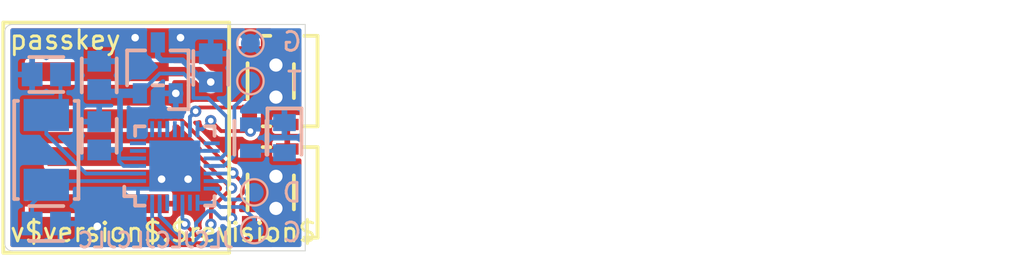
<source format=kicad_pcb>
(kicad_pcb (version 20221018) (generator pcbnew)
  (title_block (title "passkey") (date "$date$") (rev "$version$.$revision$") (company "CuVoodoo") (comment 1 "King Kévin") (comment 2 "CERN-OHL-S"))
  (layers (0 "F.Cu" signal) (31 "B.Cu" signal) (36 "B.SilkS" user "B.Silkscreen") (37 "F.SilkS" user "F.Silkscreen") (38 "B.Mask" user) (39 "F.Mask" user) (44 "Edge.Cuts" user))
  (net 0 "")
  (net 1 "+5V")
  (net 2 "GND")
  (net 3 "+3.3V")
  (net 4 "/LED")
  (net 5 "Net-(U2-OSC_IN)")
  (net 6 "Net-(U2-OSC_OUT)")
  (net 8 "/BT1")
  (net 9 "/BT2")
  (net 10 "/TX")
  (net 11 "/SWDIO")
  (net 13 "/SWCLK")
  (net 23 "/D-")
  (net 24 "/D+")
  (net 25 "Net-(D1-A)")
  (footprint "qeda:MECHANICAL_1TS003B" (layer "F.Cu") (at 51.8 30.4 -90)
    (fp_text reference "SW2")
    (fp_text value "SW_Push" hide)
    (fp_line (start -2.4 -1.85) (end -2.4 -1.15) (stroke (width 0.2)) (layer "F.SilkS"))
    (fp_line (start -2.4 -1.85) (end 2.4 -1.85) (stroke (width 0.2)) (layer "F.SilkS"))
    (fp_line (start -2.4 0.65) (end -2.4 1.05) (stroke (width 0.2)) (layer "F.SilkS"))
    (fp_line (start -0.95 1.85) (end 0.95 1.85) (stroke (width 0.2)) (layer "F.SilkS"))
    (fp_line (start -0.9 -0.6) (end 0.9 -0.6) (stroke (width 0.2)) (layer "F.SilkS"))
    (fp_line (start 2.4 -1.85) (end 2.4 -1.15) (stroke (width 0.2)) (layer "F.SilkS"))
    (fp_line (start 2.4 0.65) (end 2.4 1.05) (stroke (width 0.2)) (layer "F.SilkS"))
    (pad "" thru_hole circle (at -0.85 0.35 270) (size 0.8 0.8) (drill 0.7) (layers "*.Cu" "*.Mask") (net 2 "GND"))
    (pad "" thru_hole circle (at 0.85 0.35 270) (size 0.8 0.8) (drill 0.7) (layers "*.Cu" "*.Mask") (net 2 "GND"))
    (pad "1" smd rect (at -1.7 1.75 270) (size 0.9 0.8) (layers "F.Cu" "F.Paste" "F.Mask") (net 2 "GND"))
    (pad "2" smd rect (at 1.7 1.75 270) (size 0.9 0.8) (layers "F.Cu" "F.Paste" "F.Mask") (net 9 "/BT2"))
    (pad "NC1" smd rect (at -2.3 -0.25 270) (size 0.6 1.2) (layers "F.Cu" "F.Paste" "F.Mask") (net 2 "GND"))
    (pad "NC2" smd rect (at 2.3 -0.25 270) (size 0.6 1.2) (layers "F.Cu" "F.Paste" "F.Mask") (net 2 "GND"))
  )
  (footprint "qeda:MECHANICAL_1TS003B" (layer "F.Cu") (at 51.8 24.5 -90)
    (fp_text reference "SW1")
    (fp_text value "SW_Push" hide)
    (fp_line (start -2.4 -1.85) (end -2.4 -1.15) (stroke (width 0.2)) (layer "F.SilkS"))
    (fp_line (start -2.4 -1.85) (end 2.4 -1.85) (stroke (width 0.2)) (layer "F.SilkS"))
    (fp_line (start -2.4 0.65) (end -2.4 1.05) (stroke (width 0.2)) (layer "F.SilkS"))
    (fp_line (start -0.95 1.85) (end 0.95 1.85) (stroke (width 0.2)) (layer "F.SilkS"))
    (fp_line (start -0.9 -0.6) (end 0.9 -0.6) (stroke (width 0.2)) (layer "F.SilkS"))
    (fp_line (start 2.4 -1.85) (end 2.4 -1.15) (stroke (width 0.2)) (layer "F.SilkS"))
    (fp_line (start 2.4 0.65) (end 2.4 1.05) (stroke (width 0.2)) (layer "F.SilkS"))
    (pad "" thru_hole circle (at -0.85 0.35 270) (size 0.8 0.8) (drill 0.7) (layers "*.Cu" "*.Mask") (net 2 "GND"))
    (pad "" thru_hole circle (at 0.85 0.35 270) (size 0.8 0.8) (drill 0.7) (layers "*.Cu" "*.Mask") (net 2 "GND"))
    (pad "1" smd rect (at -1.7 1.75 270) (size 0.9 0.8) (layers "F.Cu" "F.Paste" "F.Mask") (net 2 "GND"))
    (pad "2" smd rect (at 1.7 1.75 270) (size 0.9 0.8) (layers "F.Cu" "F.Paste" "F.Mask") (net 8 "/BT1"))
    (pad "NC1" smd rect (at -2.3 -0.25 270) (size 0.6 1.2) (layers "F.Cu" "F.Paste" "F.Mask") (net 2 "GND"))
    (pad "NC2" smd rect (at 2.3 -0.25 270) (size 0.6 1.2) (layers "F.Cu" "F.Paste" "F.Mask") (net 2 "GND"))
  )
  (footprint "qeda:CONNECTOR_USB-A-PLUG" (layer "F.Cu") (at 43 27.5 -90)
    (fp_text reference "J1")
    (fp_text value "USB_A" hide)
    (fp_line (start -6.1 -5.975) (end 6.1 -5.975) (stroke (width 0.2)) (layer "F.SilkS"))
    (fp_line (start -6.1 5.975) (end -6.1 -5.975) (stroke (width 0.2)) (layer "F.SilkS"))
    (fp_line (start 6.1 -5.975) (end 6.1 5.975) (stroke (width 0.2)) (layer "F.SilkS"))
    (fp_line (start 6.1 5.975) (end -6.1 5.975) (stroke (width 0.2)) (layer "F.SilkS"))
    (pad "1" smd rect locked (at -3.5 0.93 270) (size 1 7.41) (layers "F.Cu" "F.Paste" "F.Mask") (net 1 "+5V"))
    (pad "2" smd rect locked (at -1 0.43 270) (size 1 6.41) (layers "F.Cu" "F.Paste" "F.Mask") (net 23 "/D-"))
    (pad "3" smd rect locked (at 1 0.43 270) (size 1 6.41) (layers "F.Cu" "F.Paste" "F.Mask") (net 24 "/D+"))
    (pad "4" smd rect locked (at 3.5 0.93 270) (size 1 7.41) (layers "F.Cu" "F.Paste" "F.Mask") (net 2 "GND"))
  )
  (footprint "qeda:CAPC1608X92N" (layer "B.Cu") (at 39.3 32.05 90)
    (fp_text reference "C3")
    (fp_text value "20pF" hide)
    (fp_line (start -0.925 0.9) (end -0.925 -0.9) (stroke (width 0.2)) (layer "B.SilkS"))
    (fp_line (start 0.925 0.9) (end 0.925 -0.9) (stroke (width 0.2)) (layer "B.SilkS"))
    (pad "1" smd rect (at 0 0.75 90) (size 1.25 1.1) (layers "B.Cu" "B.Paste" "B.Mask") (net 2 "GND"))
    (pad "2" smd rect (at 0 -0.75 90) (size 1.25 1.1) (layers "B.Cu" "B.Paste" "B.Mask") (net 5 "Net-(U2-OSC_IN)"))
  )
  (footprint "qeda:UC1608X55N" (layer "B.Cu") (at 50.1 27.5 180)
    (fp_text reference "R1")
    (fp_text value "1k" hide)
    (fp_line (start -0.85 0.9) (end -0.85 -0.9) (stroke (width 0.2)) (layer "B.SilkS"))
    (fp_line (start 0.85 0.9) (end 0.85 -0.9) (stroke (width 0.2)) (layer "B.SilkS"))
    (pad "1" smd rect (at 0 0.7 180) (size 1.1 0.75) (layers "B.Cu" "B.Paste" "B.Mask") (net 4 "/LED"))
    (pad "2" smd rect (at 0 -0.7 180) (size 1.1 0.75) (layers "B.Cu" "B.Paste" "B.Mask") (net 25 "Net-(D1-A)"))
  )
  (footprint "TestPoint:TestPoint_Pad_D1.0mm" (layer "B.Cu") (at 50.3 32.4 180)
    (fp_text reference "TP3")
    (fp_text value "SWCLK" hide)
    (fp_circle (center 0 0) (end 0 -0.7) (stroke (width 0.12)) (fill none) (layer "B.SilkS"))
    (pad "1" smd circle (at 0 0 180) (size 1 1) (layers "B.Cu" "B.Mask") (net 13 "/SWCLK"))
  )
  (footprint "qeda:QFN40P400X400X75-29N" (layer "B.Cu") (at 46.1 29)
    (fp_text reference "U2")
    (fp_text value "CH32V203G6U" hide)
    (fp_line (start -2.675 1.6) (end -2.675 1.1) (stroke (width 0.2)) (layer "B.SilkS"))
    (fp_line (start -2.1 -2.1) (end -1.6 -2.1) (stroke (width 0.2)) (layer "B.SilkS"))
    (fp_line (start -2.1 -1.6) (end -2.1 -2.1) (stroke (width 0.2)) (layer "B.SilkS"))
    (fp_line (start -2.1 1.6) (end -2.675 1.6) (stroke (width 0.2)) (layer "B.SilkS"))
    (fp_line (start -2.1 2.1) (end -2.1 1.6) (stroke (width 0.2)) (layer "B.SilkS"))
    (fp_line (start -2.1 2.1) (end -1.6 2.1) (stroke (width 0.2)) (layer "B.SilkS"))
    (fp_line (start 1.6 -2.1) (end 2.1 -2.1) (stroke (width 0.2)) (layer "B.SilkS"))
    (fp_line (start 1.6 2.1) (end 2.1 2.1) (stroke (width 0.2)) (layer "B.SilkS"))
    (fp_line (start 2.1 -1.6) (end 2.1 -2.1) (stroke (width 0.2)) (layer "B.SilkS"))
    (fp_line (start 2.1 2.1) (end 2.1 1.6) (stroke (width 0.2)) (layer "B.SilkS"))
    (pad "1" smd rect (at -1.95 1.2) (size 0.85 0.2) (layers "B.Cu" "B.Paste" "B.Mask") (net 2 "GND"))
    (pad "2" smd rect (at -1.95 0.8) (size 0.85 0.2) (layers "B.Cu" "B.Paste" "B.Mask") (net 5 "Net-(U2-OSC_IN)"))
    (pad "3" smd rect (at -1.95 0.4) (size 0.85 0.2) (layers "B.Cu" "B.Paste" "B.Mask") (net 6 "Net-(U2-OSC_OUT)"))
    (pad "4" smd rect (at -1.95 0) (size 0.85 0.2) (layers "B.Cu" "B.Paste" "B.Mask") (net 3 "+3.3V"))
    (pad "5" smd rect (at -1.95 -0.4) (size 0.85 0.2) (layers "B.Cu" "B.Paste" "B.Mask") (net 3 "+3.3V"))
    (pad "6" smd rect (at -1.95 -0.8) (size 0.85 0.2) (layers "B.Cu" "B.Paste" "B.Mask"))
    (pad "7" smd rect (at -1.95 -1.2) (size 0.85 0.2) (layers "B.Cu" "B.Paste" "B.Mask"))
    (pad "8" smd rect (at -1.2 -1.95) (size 0.2 0.85) (layers "B.Cu" "B.Paste" "B.Mask"))
    (pad "9" smd rect (at -0.8 -1.95) (size 0.2 0.85) (layers "B.Cu" "B.Paste" "B.Mask"))
    (pad "10" smd rect (at -0.4 -1.95) (size 0.2 0.85) (layers "B.Cu" "B.Paste" "B.Mask"))
    (pad "11" smd rect (at 0 -1.95) (size 0.2 0.85) (layers "B.Cu" "B.Paste" "B.Mask"))
    (pad "12" smd rect (at 0.4 -1.95) (size 0.2 0.85) (layers "B.Cu" "B.Paste" "B.Mask"))
    (pad "13" smd rect (at 0.8 -1.95) (size 0.2 0.85) (layers "B.Cu" "B.Paste" "B.Mask") (net 8 "/BT1"))
    (pad "14" smd rect (at 1.2 -1.95) (size 0.2 0.85) (layers "B.Cu" "B.Paste" "B.Mask") (net 4 "/LED"))
    (pad "15" smd rect (at 1.95 -1.2) (size 0.85 0.2) (layers "B.Cu" "B.Paste" "B.Mask"))
    (pad "16" smd rect (at 1.95 -0.8) (size 0.85 0.2) (layers "B.Cu" "B.Paste" "B.Mask") (net 2 "GND"))
    (pad "17" smd rect (at 1.95 -0.4) (size 0.85 0.2) (layers "B.Cu" "B.Paste" "B.Mask") (net 3 "+3.3V"))
    (pad "18" smd rect (at 1.95 0) (size 0.85 0.2) (layers "B.Cu" "B.Paste" "B.Mask") (net 10 "/TX"))
    (pad "19" smd rect (at 1.95 0.4) (size 0.85 0.2) (layers "B.Cu" "B.Paste" "B.Mask") (net 23 "/D-"))
    (pad "20" smd rect (at 1.95 0.8) (size 0.85 0.2) (layers "B.Cu" "B.Paste" "B.Mask") (net 24 "/D+"))
    (pad "21" smd rect (at 1.95 1.2) (size 0.85 0.2) (layers "B.Cu" "B.Paste" "B.Mask") (net 11 "/SWDIO"))
    (pad "22" smd rect (at 1.2 1.95) (size 0.2 0.85) (layers "B.Cu" "B.Paste" "B.Mask") (net 13 "/SWCLK"))
    (pad "23" smd rect (at 0.8 1.95) (size 0.2 0.85) (layers "B.Cu" "B.Paste" "B.Mask"))
    (pad "24" smd rect (at 0.4 1.95) (size 0.2 0.85) (layers "B.Cu" "B.Paste" "B.Mask") (net 9 "/BT2"))
    (pad "25" smd rect (at 0 1.95) (size 0.2 0.85) (layers "B.Cu" "B.Paste" "B.Mask"))
    (pad "26" smd rect (at -0.4 1.95) (size 0.2 0.85) (layers "B.Cu" "B.Paste" "B.Mask"))
    (pad "27" smd rect (at -0.8 1.95) (size 0.2 0.85) (layers "B.Cu" "B.Paste" "B.Mask") (net 23 "/D-"))
    (pad "28" smd rect (at -1.2 1.95) (size 0.2 0.85) (layers "B.Cu" "B.Paste" "B.Mask") (net 24 "/D+"))
    (pad "29" smd rect (at 0 0) (size 2.7 2.7) (layers "B.Cu" "B.Paste" "B.Mask") (net 2 "GND"))
  )
  (footprint "qeda:CAPC1608X92N" (layer "B.Cu") (at 48 23.8)
    (fp_text reference "C1")
    (fp_text value "1uF" hide)
    (fp_line (start -0.925 0.9) (end -0.925 -0.9) (stroke (width 0.2)) (layer "B.SilkS"))
    (fp_line (start 0.925 0.9) (end 0.925 -0.9) (stroke (width 0.2)) (layer "B.SilkS"))
    (pad "1" smd rect (at 0 0.75) (size 1.25 1.1) (layers "B.Cu" "B.Paste" "B.Mask") (net 1 "+5V"))
    (pad "2" smd rect (at 0 -0.75) (size 1.25 1.1) (layers "B.Cu" "B.Paste" "B.Mask") (net 2 "GND"))
  )
  (footprint "TestPoint:TestPoint_Pad_D1.0mm" (layer "B.Cu") (at 50.3 30.4 180)
    (fp_text reference "TP2")
    (fp_text value "SWDIO" hide)
    (fp_circle (center 0 0) (end 0 -0.7) (stroke (width 0.12)) (fill none) (layer "B.SilkS"))
    (pad "1" smd circle (at 0 0 180) (size 1 1) (layers "B.Cu" "B.Mask") (net 11 "/SWDIO"))
  )
  (footprint "qeda:UPC1608X90N" (layer "B.Cu") (at 51.9 27.5 180)
    (fp_text reference "D1")
    (fp_text value "RED" hide)
    (fp_line (start -0.9 0.9) (end -0.9 -0.9) (stroke (width 0.2)) (layer "B.SilkS"))
    (fp_line (start -0.9 0.9) (end -0.9 1.55) (stroke (width 0.2)) (layer "B.SilkS"))
    (fp_line (start -0.9 1.55) (end 0.9 1.55) (stroke (width 0.2)) (layer "B.SilkS"))
    (fp_line (start 0.9 0.9) (end 0.9 -0.9) (stroke (width 0.2)) (layer "B.SilkS"))
    (fp_line (start 0.9 1.55) (end 0.9 0.9) (stroke (width 0.2)) (layer "B.SilkS"))
    (pad "1" smd rect (at 0 0.8 180) (size 1.2 0.9) (layers "B.Cu" "B.Paste" "B.Mask") (net 2 "GND"))
    (pad "2" smd rect (at 0 -0.8 180) (size 1.2 0.9) (layers "B.Cu" "B.Paste" "B.Mask") (net 25 "Net-(D1-A)"))
  )
  (footprint "qeda:CAPC1608X92N" (layer "B.Cu") (at 42.1 27.4)
    (fp_text reference "C5")
    (fp_text value "100nF" hide)
    (fp_line (start -0.925 0.9) (end -0.925 -0.9) (stroke (width 0.2)) (layer "B.SilkS"))
    (fp_line (start 0.925 0.9) (end 0.925 -0.9) (stroke (width 0.2)) (layer "B.SilkS"))
    (pad "1" smd rect (at 0 0.75) (size 1.25 1.1) (layers "B.Cu" "B.Paste" "B.Mask") (net 3 "+3.3V"))
    (pad "2" smd rect (at 0 -0.75) (size 1.25 1.1) (layers "B.Cu" "B.Paste" "B.Mask") (net 2 "GND"))
  )
  (footprint "qeda:SOT95P280X130-3N" (layer "B.Cu") (at 45.2 23.8 90)
    (fp_text reference "U1")
    (fp_text value "XC6206P332" hide)
    (fp_line (start -2.188 1.625) (end -2.188 0.575) (stroke (width 0.2)) (layer "B.SilkS"))
    (fp_line (start -0.925 0.275) (end -0.925 -0.275) (stroke (width 0.2)) (layer "B.SilkS"))
    (fp_line (start -0.925 1.625) (end -2.188 1.625) (stroke (width 0.2)) (layer "B.SilkS"))
    (fp_line (start -0.925 1.625) (end 0.925 1.625) (stroke (width 0.2)) (layer "B.SilkS"))
    (fp_line (start 0.925 -1.625) (end -0.925 -1.625) (stroke (width 0.2)) (layer "B.SilkS"))
    (fp_line (start 0.925 -0.675) (end 0.925 -1.625) (stroke (width 0.2)) (layer "B.SilkS"))
    (fp_line (start 0.925 1.625) (end 0.925 0.675) (stroke (width 0.2)) (layer "B.SilkS"))
    (pad "1" smd rect (at -1.35 0.95 90) (size 1.075 0.75) (layers "B.Cu" "B.Paste" "B.Mask") (net 2 "GND"))
    (pad "2" smd rect (at -1.35 -0.95 90) (size 1.075 0.75) (layers "B.Cu" "B.Paste" "B.Mask") (net 3 "+3.3V"))
    (pad "3" smd rect (at 1.35 0 90) (size 1.075 0.75) (layers "B.Cu" "B.Paste" "B.Mask") (net 1 "+5V"))
  )
  (footprint "qeda:CAPC1608X92N" (layer "B.Cu") (at 39.3 24.15 90)
    (fp_text reference "C4")
    (fp_text value "20pF" hide)
    (fp_line (start -0.925 0.9) (end -0.925 -0.9) (stroke (width 0.2)) (layer "B.SilkS"))
    (fp_line (start 0.925 0.9) (end 0.925 -0.9) (stroke (width 0.2)) (layer "B.SilkS"))
    (pad "1" smd rect (at 0 0.75 90) (size 1.25 1.1) (layers "B.Cu" "B.Paste" "B.Mask") (net 6 "Net-(U2-OSC_OUT)"))
    (pad "2" smd rect (at 0 -0.75 90) (size 1.25 1.1) (layers "B.Cu" "B.Paste" "B.Mask") (net 2 "GND"))
  )
  (footprint "qeda:CAPC1608X92N" (layer "B.Cu") (at 42.1 24.2)
    (fp_text reference "C2")
    (fp_text value "1uF" hide)
    (fp_line (start -0.925 0.9) (end -0.925 -0.9) (stroke (width 0.2)) (layer "B.SilkS"))
    (fp_line (start 0.925 0.9) (end 0.925 -0.9) (stroke (width 0.2)) (layer "B.SilkS"))
    (pad "1" smd rect (at 0 0.75) (size 1.25 1.1) (layers "B.Cu" "B.Paste" "B.Mask") (net 3 "+3.3V"))
    (pad "2" smd rect (at 0 -0.75) (size 1.25 1.1) (layers "B.Cu" "B.Paste" "B.Mask") (net 2 "GND"))
  )
  (footprint "TestPoint:TestPoint_Pad_D1.0mm" (layer "B.Cu") (at 50.1 24.5 180)
    (fp_text reference "TP1")
    (fp_text value "TX" hide)
    (fp_circle (center 0 0) (end 0 -0.7) (stroke (width 0.12)) (fill none) (layer "B.SilkS"))
    (pad "1" smd circle (at 0 0 180) (size 1 1) (layers "B.Cu" "B.Mask") (net 10 "/TX"))
  )
  (footprint "qeda:OSCILLATOR_X5032" (layer "B.Cu") (at 39.3 28.15 -90)
    (fp_text reference "Y1")
    (fp_text value "8MHz" hide)
    (fp_line (start -2.6 -1.5) (end -2.6 -1.7) (stroke (width 0.2)) (layer "B.SilkS"))
    (fp_line (start -2.6 1.7) (end -2.6 1.5) (stroke (width 0.2)) (layer "B.SilkS"))
    (fp_line (start -2.6 1.7) (end 2.6 1.7) (stroke (width 0.2)) (layer "B.SilkS"))
    (fp_line (start 2.6 -1.7) (end -2.6 -1.7) (stroke (width 0.2)) (layer "B.SilkS"))
    (fp_line (start 2.6 -1.5) (end 2.6 -1.7) (stroke (width 0.2)) (layer "B.SilkS"))
    (fp_line (start 2.6 1.7) (end 2.6 1.5) (stroke (width 0.2)) (layer "B.SilkS"))
    (pad "1" smd rect (at -1.85 0 270) (size 1.7 2.4) (layers "B.Cu" "B.Paste" "B.Mask") (net 6 "Net-(U2-OSC_OUT)"))
    (pad "2" smd rect (at 1.85 0 270) (size 1.7 2.4) (layers "B.Cu" "B.Paste" "B.Mask") (net 5 "Net-(U2-OSC_IN)"))
  )
  (footprint "TestPoint:TestPoint_Pad_D1.0mm" (layer "B.Cu") (at 50.1 22.5 180)
    (fp_text reference "TP4")
    (fp_text value "GND" hide)
    (fp_circle (center 0 0) (end 0 -0.7) (stroke (width 0.12)) (fill none) (layer "B.SilkS"))
    (pad "1" smd circle (at 0 0 180) (size 1 1) (layers "B.Cu" "B.Mask") (net 2 "GND"))
  )
  (gr_line (start 37.1 33.1) (end 37.1 21.9) (stroke (width 0.05)) (layer "Edge.Cuts"))
  (gr_line (start 53 33.5) (end 37.5 33.5) (stroke (width 0.05)) (layer "Edge.Cuts"))
  (gr_line (start 37.5 21.5) (end 53 21.5) (stroke (width 0.05)) (layer "Edge.Cuts"))
  (gr_arc (start 37.1 21.9) (mid 37.217157 21.617157) (end 37.5 21.5) (stroke (width 0.05)) (layer "Edge.Cuts"))
  (gr_arc (start 37.5 33.5) (mid 37.217157 33.382843) (end 37.1 33.1) (stroke (width 0.05)) (layer "Edge.Cuts"))
  (gr_line (start 53 33.5) (end 53 21.5) (stroke (width 0.05)) (layer "Edge.Cuts"))
  (gr_text "C" (at 52.9 33.1) (layer "B.SilkS") (effects (font (size 1 1)) (justify left bottom mirror)))
  (gr_text "T" (at 52.9 25.1) (layer "B.SilkS") (effects (font (size 1 1)) (justify left bottom mirror)))
  (gr_text "D" (at 52.9 31) (layer "B.SilkS") (effects (font (size 1 1)) (justify left bottom mirror)))
  (gr_text "JLCJLCJLCJLC" (at 49.3 33.4) (layer "B.SilkS") (effects (font (size 0.8 0.8)) (justify left bottom mirror)))
  (gr_text "G" (at 52.9 23) (layer "B.SilkS") (effects (font (size 1 1)) (justify left bottom mirror)))
  (gr_text "v$version$.$revision$" (at 37.3 33.1) (layer "F.SilkS") (effects (font (size 1 1)) (justify left bottom)))
  (gr_text "passkey" (at 40.3 22.9) (layer "F.SilkS") (effects (font (size 1 1)) (justify bottom)))
  (segment (start 48 24.55) (end 47.95 24.55) (width 0.5) (layer "F.Cu") (net 1))
  (segment (start 47.95 24.55) (end 47.4 24) (width 0.5) (layer "F.Cu") (net 1))
  (segment (start 47.4 24) (end 42.07 24) (width 0.5) (layer "F.Cu") (net 1))
  (via (at 48 24.55) (size 0.8) (drill 0.4) (layers "F.Cu" "B.Cu") (net 1))
  (segment (start 45.2 23.2) (end 45.2 22.45) (width 0.3) (layer "B.Cu") (net 1))
  (segment (start 46.5 23.4) (end 45.4 23.4) (width 0.3) (layer "B.Cu") (net 1))
  (segment (start 48 24.55) (end 47.65 24.55) (width 0.3) (layer "B.Cu") (net 1))
  (segment (start 45.4 23.4) (end 45.2 23.2) (width 0.3) (layer "B.Cu") (net 1))
  (segment (start 47.65 24.55) (end 46.5 23.4) (width 0.3) (layer "B.Cu") (net 1))
  (via (at 45.4 29.7) (size 0.8) (drill 0.4) (layers "F.Cu" "B.Cu") (net 2))
  (via (at 42 32.2) (size 0.8) (drill 0.4) (layers "F.Cu" "B.Cu") (net 2))
  (via (at 46.15 25.15) (size 0.8) (drill 0.4) (layers "F.Cu" "B.Cu") (net 2))
  (via (at 44 22.2) (size 0.8) (drill 0.4) (layers "F.Cu" "B.Cu") (net 2))
  (via (at 46.4 22.2) (size 0.8) (drill 0.4) (layers "F.Cu" "B.Cu") (net 2))
  (via (at 46.8 29.7) (size 0.8) (drill 0.4) (layers "F.Cu" "B.Cu") (net 2))
  (segment (start 48.05 28.2) (end 46.9 28.2) (width 0.2) (layer "B.Cu") (net 2))
  (segment (start 44.15 30.2) (end 44.9 30.2) (width 0.2) (layer "B.Cu") (net 2))
  (segment (start 46.9 28.2) (end 46.1 29) (width 0.2) (layer "B.Cu") (net 2))
  (segment (start 44.9 30.2) (end 46.1 29) (width 0.2) (layer "B.Cu") (net 2))
  (segment (start 47.85 25.4) (end 47.075 25.4) (width 0.2) (layer "B.Cu") (net 3))
  (segment (start 47.075 25.4) (end 47.075 24.611396) (width 0.2) (layer "B.Cu") (net 3))
  (segment (start 48.85 28.284314) (end 48.85 26.4) (width 0.2) (layer "B.Cu") (net 3))
  (segment (start 43.15 28.6) (end 43.15 28.15) (width 0.2) (layer "B.Cu") (net 3))
  (segment (start 43.2 28.1) (end 43.15 28.15) (width 0.3) (layer "B.Cu") (net 3))
  (segment (start 48.85 26.4) (end 47.85 25.4) (width 0.2) (layer "B.Cu") (net 3))
  (segment (start 43.15 28.75) (end 43.15 28.15) (width 0.2) (layer "B.Cu") (net 3))
  (segment (start 48.05 28.6) (end 48.534314 28.6) (width 0.2) (layer "B.Cu") (net 3))
  (segment (start 47.075 24.611396) (end 46.563604 24.1) (width 0.2) (layer "B.Cu") (net 3))
  (segment (start 43.2 25.15) (end 42.3 25.15) (width 0.5) (layer "B.Cu") (net 3))
  (segment (start 44.25 25.15) (end 43.2 25.15) (width 0.5) (layer "B.Cu") (net 3))
  (segment (start 45.3 24.1) (end 44.25 25.15) (width 0.2) (layer "B.Cu") (net 3))
  (segment (start 46.563604 24.1) (end 45.3 24.1) (width 0.2) (layer "B.Cu") (net 3))
  (segment (start 43.4 29) (end 43.15 28.75) (width 0.2) (layer "B.Cu") (net 3))
  (segment (start 42.3 25.15) (end 42.1 24.95) (width 0.3) (layer "B.Cu") (net 3))
  (segment (start 44.15 28.6) (end 43.15 28.6) (width 0.2) (layer "B.Cu") (net 3))
  (segment (start 44.15 29) (end 43.4 29) (width 0.2) (layer "B.Cu") (net 3))
  (segment (start 43.2 25.15) (end 43.2 28.1) (width 0.3) (layer "B.Cu") (net 3))
  (segment (start 48.534314 28.6) (end 48.85 28.284314) (width 0.2) (layer "B.Cu") (net 3))
  (segment (start 43.15 28.15) (end 42.1 28.15) (width 0.3) (layer "B.Cu") (net 3))
  (segment (start 48 26.6) (end 48.550002 27.150002) (width 0.2) (layer "F.Cu") (net 4))
  (segment (start 48.550002 27.150002) (end 50.1 27.150002) (width 0.2) (layer "F.Cu") (net 4))
  (via (at 48 26.6) (size 0.6) (drill 0.3) (layers "F.Cu" "B.Cu") (net 4))
  (via (at 50.1 27.150002) (size 0.6) (drill 0.3) (layers "F.Cu" "B.Cu") (net 4))
  (segment (start 47.55 27.05) (end 47.3 27.05) (width 0.2) (layer "B.Cu") (net 4))
  (segment (start 48 26.6) (end 47.55 27.05) (width 0.2) (layer "B.Cu") (net 4))
  (segment (start 38.55 31) (end 38.55 32.3) (width 0.2) (layer "B.Cu") (net 5))
  (segment (start 39.5 29.8) (end 39.3 30) (width 0.2) (layer "B.Cu") (net 5))
  (segment (start 39.3 30.25) (end 38.55 31) (width 0.2) (layer "B.Cu") (net 5))
  (segment (start 39.3 30) (end 39.3 30.25) (width 0.2) (layer "B.Cu") (net 5))
  (segment (start 44.15 29.8) (end 39.5 29.8) (width 0.2) (layer "B.Cu") (net 5))
  (segment (start 41.4 29.4) (end 39.3 27.3) (width 0.2) (layer "B.Cu") (net 6))
  (segment (start 39.3 26.3) (end 40.05 25.55) (width 0.2) (layer "B.Cu") (net 6))
  (segment (start 40.05 25.55) (end 40.05 24.4) (width 0.2) (layer "B.Cu") (net 6))
  (segment (start 39.3 27.3) (end 39.3 26.3) (width 0.2) (layer "B.Cu") (net 6))
  (segment (start 44.15 29.4) (end 41.4 29.4) (width 0.2) (layer "B.Cu") (net 6))
  (segment (start 47.2 26.1) (end 47.4 25.9) (width 0.2) (layer "F.Cu") (net 8))
  (segment (start 47.4 25.9) (end 49.75 25.9) (width 0.2) (layer "F.Cu") (net 8))
  (segment (start 49.75 25.9) (end 50.05 26.2) (width 0.2) (layer "F.Cu") (net 8))
  (via (at 47.2 26.1) (size 0.6) (drill 0.3) (layers "F.Cu" "B.Cu") (net 8))
  (segment (start 46.9 26.4) (end 46.9 27.05) (width 0.2) (layer "B.Cu") (net 8))
  (segment (start 47.2 26.1) (end 46.9 26.4) (width 0.2) (layer "B.Cu") (net 8))
  (segment (start 49.46005 32.68995) (end 50.05 32.1) (width 0.2) (layer "F.Cu") (net 9))
  (segment (start 46.626471 32.076471) (end 47.23995 32.68995) (width 0.2) (layer "F.Cu") (net 9))
  (segment (start 47.23995 32.68995) (end 49.46005 32.68995) (width 0.2) (layer "F.Cu") (net 9))
  (via (at 46.626471 32.076471) (size 0.6) (drill 0.3) (layers "F.Cu" "B.Cu") (net 9))
  (segment (start 46.5 31.95) (end 46.626471 32.076471) (width 0.2) (layer "B.Cu") (net 9))
  (segment (start 46.5 30.95) (end 46.5 31.95) (width 0.2) (layer "B.Cu") (net 9))
  (segment (start 48.05 29) (end 48.7 29) (width 0.2) (layer "B.Cu") (net 10))
  (segment (start 49.25 28.45) (end 49.25 25.85) (width 0.2) (layer "B.Cu") (net 10))
  (segment (start 48.7 29) (end 49.25 28.45) (width 0.2) (layer "B.Cu") (net 10))
  (segment (start 50.1 25) (end 50.1 24.5) (width 0.2) (layer "B.Cu") (net 10))
  (segment (start 49.25 25.85) (end 50.1 25) (width 0.2) (layer "B.Cu") (net 10))
  (segment (start 48.775463 30.775463) (end 49.924537 30.775463) (width 0.2) (layer "B.Cu") (net 11))
  (segment (start 49.924537 30.775463) (end 50.3 30.4) (width 0.2) (layer "B.Cu") (net 11))
  (segment (start 48.2 30.2) (end 48.775463 30.775463) (width 0.2) (layer "B.Cu") (net 11))
  (segment (start 48.05 30.2) (end 48.2 30.2) (width 0.2) (layer "B.Cu") (net 11))
  (segment (start 48.509778 31.175463) (end 49.675463 31.175463) (width 0.2) (layer "B.Cu") (net 13))
  (segment (start 47.3 30.95) (end 48.284314 30.95) (width 0.2) (layer "B.Cu") (net 13))
  (segment (start 48.284314 30.95) (end 48.509778 31.175463) (width 0.2) (layer "B.Cu") (net 13))
  (segment (start 49.675463 31.175463) (end 50.3 31.8) (width 0.2) (layer "B.Cu") (net 13))
  (segment (start 50.3 31.8) (end 50.3 32.4) (width 0.2) (layer "B.Cu") (net 13))
  (segment (start 49.7 29.90147) (end 49.174907 29.376377) (width 0.2) (layer "F.Cu") (net 23))
  (segment (start 49.2 31.675463) (end 49.2 30.923992) (width 0.2) (layer "F.Cu") (net 23))
  (segment (start 49.1 31.775463) (end 49.2 31.675463) (width 0.2) (layer "F.Cu") (net 23))
  (segment (start 46.4 26.5) (end 42.57 26.5) (width 0.2) (layer "F.Cu") (net 23))
  (segment (start 49.174907 29.376377) (end 49.174907 29.274907) (width 0.2) (layer "F.Cu") (net 23))
  (segment (start 49.7 30.423992) (end 49.7 29.90147) (width 0.2) (layer "F.Cu") (net 23))
  (segment (start 49.2 30.923992) (end 49.7 30.423992) (width 0.2) (layer "F.Cu") (net 23))
  (segment (start 49.174907 29.274907) (end 46.4 26.5) (width 0.2) (layer "F.Cu") (net 23))
  (via (at 49.174907 29.376377) (size 0.6) (drill 0.3) (layers "F.Cu" "B.Cu") (net 23))
  (via (at 49.1 31.775463) (size 0.6) (drill 0.3) (layers "F.Cu" "B.Cu") (net 23))
  (segment (start 49.174907 29.376377) (end 49.151284 29.4) (width 0.2) (layer "B.Cu") (net 23))
  (segment (start 46.851471 32.7) (end 46.351472 32.7) (width 0.2) (layer "B.Cu") (net 23))
  (segment (start 46.351472 32.7) (end 45.3 31.648529) (width 0.2) (layer "B.Cu") (net 23))
  (segment (start 48.16863 31.4) (end 47.851471 31.4) (width 0.2) (layer "B.Cu") (net 23))
  (segment (start 48.544093 31.775463) (end 48.16863 31.4) (width 0.2) (layer "B.Cu") (net 23))
  (segment (start 45.3 31.648529) (end 45.3 30.95) (width 0.2) (layer "B.Cu") (net 23))
  (segment (start 49.1 31.775463) (end 48.544093 31.775463) (width 0.2) (layer "B.Cu") (net 23))
  (segment (start 47.226471 32.025) (end 47.226471 32.325) (width 0.2) (layer "B.Cu") (net 23))
  (segment (start 49.151284 29.4) (end 48.05 29.4) (width 0.2) (layer "B.Cu") (net 23))
  (segment (start 47.226471 32.325) (end 46.851471 32.7) (width 0.2) (layer "B.Cu") (net 23))
  (segment (start 47.851471 31.4) (end 47.226471 32.025) (width 0.2) (layer "B.Cu") (net 23))
  (segment (start 48.010051 31.265412) (end 49.1 30.175463) (width 0.2) (layer "F.Cu") (net 24))
  (segment (start 48.010051 32.08995) (end 48.010051 31.265412) (width 0.2) (layer "F.Cu") (net 24))
  (segment (start 49.1 30.175463) (end 49.075463 30.175463) (width 0.2) (layer "F.Cu") (net 24))
  (segment (start 49.075463 30.175463) (end 47.4 28.5) (width 0.2) (layer "F.Cu") (net 24))
  (segment (start 47.4 28.5) (end 42.57 28.5) (width 0.2) (layer "F.Cu") (net 24))
  (via (at 48.010051 32.08995) (size 0.6) (drill 0.3) (layers "F.Cu" "B.Cu") (net 24))
  (via (at 49.1 30.175463) (size 0.6) (drill 0.3) (layers "F.Cu" "B.Cu") (net 24))
  (segment (start 48.010051 32.107106) (end 47.017157 33.1) (width 0.2) (layer "B.Cu") (net 24))
  (segment (start 46.185785 33.1) (end 44.9 31.814215) (width 0.2) (layer "B.Cu") (net 24))
  (segment (start 48.750001 29.8) (end 48.05 29.8) (width 0.2) (layer "B.Cu") (net 24))
  (segment (start 48.010051 32.08995) (end 48.010051 32.107106) (width 0.2) (layer "B.Cu") (net 24))
  (segment (start 44.9 31.814215) (end 44.9 30.95) (width 0.2) (layer "B.Cu") (net 24))
  (segment (start 49.1 30.175463) (end 48.926378 30.001841) (width 0.2) (layer "B.Cu") (net 24))
  (segment (start 48.926378 29.976377) (end 48.750001 29.8) (width 0.2) (layer "B.Cu") (net 24))
  (segment (start 48.926378 30.001841) (end 48.926378 29.976377) (width 0.2) (layer "B.Cu") (net 24))
  (segment (start 47.017157 33.1) (end 46.185785 33.1) (width 0.2) (layer "B.Cu") (net 24))
  (segment (start 51.8 28.2) (end 51.9 28.3) (width 0.2) (layer "B.Cu") (net 25))
  (segment (start 50.1 28.2) (end 51.8 28.2) (width 0.2) (layer "B.Cu") (net 25))
  (zone (net 2) (net_name "GND") (layers "F&B.Cu") (connect_pads (clearance 0.2)) (min_thickness 0.2) (fill yes (thermal_gap 0.2) (thermal_bridge_width 0.3))
    (polygon (pts (xy 37.4 21.7) (xy 52.9 21.7) (xy 52.9 33.3) (xy 37.4 33.3)))
  )
)
</source>
